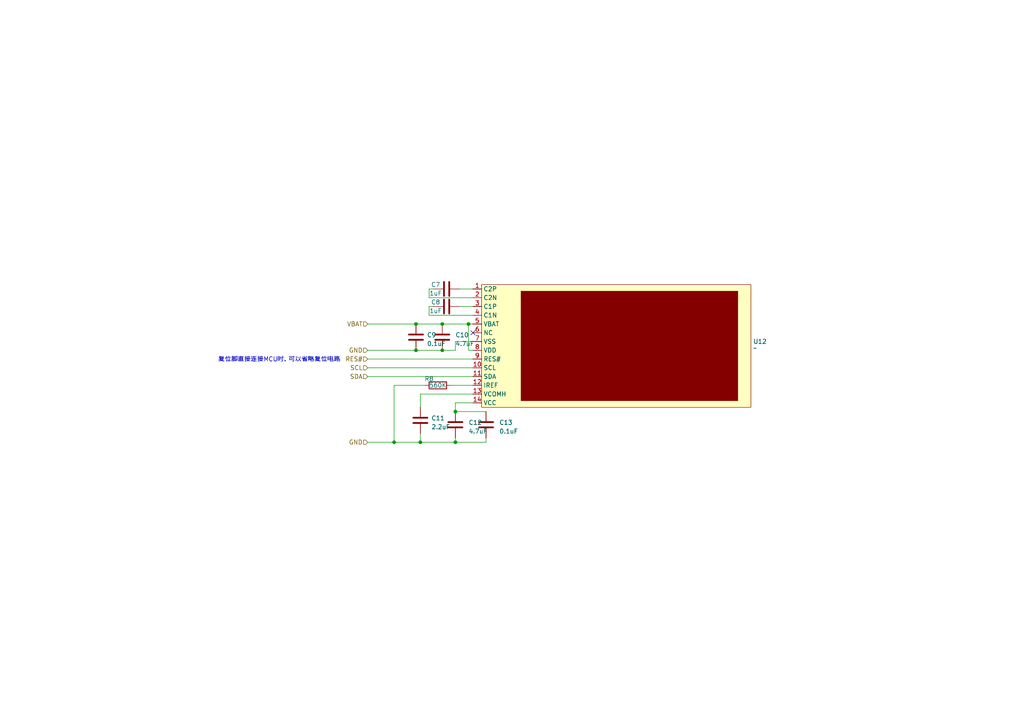
<source format=kicad_sch>
(kicad_sch (version 20231120) (generator "eeschema") (generator_version "8.0")
  (paper "A4")
  (lib_symbols
    (symbol "Device:C" (pin_numbers hide) (pin_names (offset 0.254))
      (property "Reference" "C" (at 0.635 2.54 0))
      (property "Value" "C" (at 0.635 -2.54 0))
      (symbol "C_0_1"
        (polyline (pts (xy -2.032 -0.762) (xy 2.032 -0.762)) (stroke (width 0.508)))
        (polyline (pts (xy -2.032 0.762) (xy 2.032 0.762)) (stroke (width 0.508)))
      )
      (symbol "C_1_1"
        (pin passive line (at 0 3.81 270) (length 2.794) (name "~") (number "1"))
        (pin passive line (at 0 -3.81 90) (length 2.794) (name "~") (number "2"))
      )
    )
    (symbol "Device:R" (pin_numbers hide) (pin_names (offset 0))
      (property "Reference" "R" (at 2.032 0 90))
      (property "Value" "R" (at 0 0 90))
      (symbol "R_0_1"
        (rectangle (start -1.016 -2.54) (end 1.016 2.54) (stroke (width 0.254)))
      )
      (symbol "R_1_1"
        (pin passive line (at 0 3.81 270) (length 1.27) (name "~") (number "1"))
        (pin passive line (at 0 -3.81 90) (length 1.27) (name "~") (number "2"))
      )
    )
    (symbol "my_symbol:iic_oled_12864_ssd1312"
      (property "Reference" "U" (at -21.59 0.635 0))
      (symbol "iic_oled_12864_ssd1312_0_0"
        (text_box "可视区域 0.96寸\n64*128" (at -9.525 3.81 0) (size 31.115 -6.35) (stroke (width -0.0001)) (effects (font (size 1.27 1.27)) (justify top)))
      )
      (symbol "iic_oled_12864_ssd1312_1_1"
        (rectangle (start -36.83 17.78) (end 41.275 -17.78) (fill (type background)))
        (rectangle (start -25.4 15.875) (end 37.465 -15.875) (fill (type outline)))
        (pin input line (at -39.37 16.51 0) (length 2.54) (name "C2P") (number "1"))
        (pin input line (at -39.37 -6.35 0) (length 2.54) (name "SCL") (number "10"))
        (pin input line (at -39.37 -8.89 0) (length 2.54) (name "SDA") (number "11"))
        (pin input line (at -39.37 -11.43 0) (length 2.54) (name "IREF") (number "12"))
        (pin input line (at -39.37 -13.97 0) (length 2.54) (name "VCOMH") (number "13"))
        (pin input line (at -39.37 -16.51 0) (length 2.54) (name "VCC") (number "14"))
        (pin input line (at -39.37 13.97 0) (length 2.54) (name "C2N") (number "2"))
        (pin input line (at -39.37 11.43 0) (length 2.54) (name "C1P") (number "3"))
        (pin input line (at -39.37 8.89 0) (length 2.54) (name "C1N") (number "4"))
        (pin input line (at -39.37 6.35 0) (length 2.54) (name "VBAT") (number "5"))
        (pin input line (at -39.37 3.81 0) (length 2.54) (name "NC") (number "6"))
        (pin input line (at -39.37 1.27 0) (length 2.54) (name "VSS") (number "7"))
        (pin input line (at -39.37 -1.27 0) (length 2.54) (name "VDD") (number "8"))
        (pin input line (at -39.37 -3.81 0) (length 2.54) (name "RES#") (number "9"))
      )
    )
  )
  (junction (at 121.92 128.27))
  (junction (at 120.65 101.6))
  (junction (at 132.08 128.27))
  (junction (at 132.08 119.38))
  (junction (at 135.89 93.98))
  (junction (at 128.27 93.98))
  (junction (at 120.65 93.98))
  (junction (at 114.3 128.27))
  (junction (at 128.27 101.6))
  (no_connect (at 137.16 96.52))
  (wire (pts (xy 121.92 125.73) (xy 121.92 128.27)))
  (wire (pts (xy 124.46 91.44) (xy 137.16 91.44)))
  (wire (pts (xy 121.92 128.27) (xy 132.08 128.27)))
  (wire (pts (xy 137.16 101.6) (xy 135.89 101.6)))
  (wire (pts (xy 135.89 93.98) (xy 137.16 93.98)))
  (wire (pts (xy 140.97 127) (xy 140.97 128.27)))
  (wire (pts (xy 132.08 127) (xy 132.08 128.27)))
  (wire (pts (xy 135.89 101.6) (xy 135.89 93.98)))
  (wire (pts (xy 106.68 109.22) (xy 137.16 109.22)))
  (wire (pts (xy 132.08 128.27) (xy 140.97 128.27)))
  (wire (pts (xy 124.46 86.36) (xy 137.16 86.36)))
  (wire (pts (xy 133.35 83.82) (xy 137.16 83.82)))
  (wire (pts (xy 128.27 101.6) (xy 132.08 101.6)))
  (wire (pts (xy 106.68 106.68) (xy 137.16 106.68)))
  (wire (pts (xy 121.92 114.3) (xy 121.92 118.11)))
  (wire (pts (xy 130.81 111.76) (xy 137.16 111.76)))
  (wire (pts (xy 114.3 128.27) (xy 121.92 128.27)))
  (wire (pts (xy 132.08 99.06) (xy 132.08 101.6)))
  (wire (pts (xy 128.27 93.98) (xy 135.89 93.98)))
  (wire (pts (xy 106.68 128.27) (xy 114.3 128.27)))
  (wire (pts (xy 137.16 114.3) (xy 121.92 114.3)))
  (wire (pts (xy 123.19 111.76) (xy 114.3 111.76)))
  (wire (pts (xy 120.65 101.6) (xy 128.27 101.6)))
  (wire (pts (xy 114.3 111.76) (xy 114.3 128.27)))
  (wire (pts (xy 133.35 88.9) (xy 137.16 88.9)))
  (wire (pts (xy 137.16 116.84) (xy 132.08 116.84)))
  (wire (pts (xy 124.46 88.9) (xy 124.46 91.44)))
  (wire (pts (xy 120.65 93.98) (xy 128.27 93.98)))
  (wire (pts (xy 106.68 104.14) (xy 137.16 104.14)))
  (wire (pts (xy 125.73 88.9) (xy 124.46 88.9)))
  (wire (pts (xy 106.68 93.98) (xy 120.65 93.98)))
  (wire (pts (xy 124.46 83.82) (xy 124.46 86.36)))
  (wire (pts (xy 132.08 119.38) (xy 140.97 119.38)))
  (wire (pts (xy 132.08 116.84) (xy 132.08 119.38)))
  (wire (pts (xy 125.73 83.82) (xy 124.46 83.82)))
  (wire (pts (xy 106.68 101.6) (xy 120.65 101.6)))
  (wire (pts (xy 137.16 99.06) (xy 132.08 99.06)))
  (text "复位脚直接连接MCU时，可以省略复位电路" (at 81.026 104.394 0) (effects (font (size 1.27 1.27))))
  (hierarchical_label "GND" (shape input) (at 106.68 128.27 180))
  (hierarchical_label "RES#" (shape input) (at 106.68 104.14 180))
  (hierarchical_label "SCL" (shape input) (at 106.68 106.68 180))
  (hierarchical_label "SDA" (shape input) (at 106.68 109.22 180))
  (hierarchical_label "VBAT" (shape input) (at 106.68 93.98 180))
  (hierarchical_label "GND" (shape input) (at 106.68 101.6 180))
  (symbol (lib_id "Device:C") (at 129.54 88.9 90) (unit 1)
    (property "Reference" "C8" (at 126.365 87.63 90))
    (property "Value" "1uF" (at 126.365 90.17 90))
    (property "Footprint" "Capacitor_SMD:C_0603_1608Metric" (effects (hide yes)))
  )
  (symbol (lib_id "Device:C") (at 129.54 83.82 90) (unit 1)
    (property "Reference" "C7" (at 126.365 82.55 90))
    (property "Value" "1uF" (at 126.365 85.09 90))
    (property "Footprint" "Capacitor_SMD:C_0603_1608Metric" (effects (hide yes)))
  )
  (symbol (lib_id "my_symbol:iic_oled_12864_ssd1312") (at 176.53 100.33 0) (unit 1)
    (property "Reference" "U12" (at 218.44 99.0599 0) (effects (justify left)))
    (property "Value" "~" (at 218.44 100.965 0) (effects (justify left)))
    (property "Footprint" "my_footprint:iic_oled_12864_ssd1312_2" (effects (hide yes)))
  )
  (symbol (lib_id "Device:C") (at 132.08 123.19 0) (unit 1)
    (property "Reference" "C12" (at 135.89 122.555 0) (effects (justify left)))
    (property "Value" "4.7uF" (at 135.89 125.095 0) (effects (justify left)))
    (property "Footprint" "Capacitor_SMD:C_0603_1608Metric" (effects (hide yes)))
  )
  (symbol (lib_id "Device:C") (at 128.27 97.79 0) (unit 1)
    (property "Reference" "C10" (at 132.08 97.155 0) (effects (justify left)))
    (property "Value" "4.7uF" (at 132.08 99.695 0) (effects (justify left)))
    (property "Footprint" "Capacitor_SMD:C_0603_1608Metric" (effects (hide yes)))
  )
  (symbol (lib_id "Device:C") (at 121.92 121.92 0) (unit 1)
    (property "Reference" "C11" (at 125.095 121.285 0) (effects (justify left)))
    (property "Value" "2.2uF" (at 125.095 123.825 0) (effects (justify left)))
    (property "Footprint" "Capacitor_SMD:C_0603_1608Metric" (effects (hide yes)))
  )
  (symbol (lib_id "Device:C") (at 120.65 97.79 0) (unit 1)
    (property "Reference" "C9" (at 123.825 97.155 0) (effects (justify left)))
    (property "Value" "0.1uF" (at 123.825 99.695 0) (effects (justify left)))
    (property "Footprint" "Capacitor_SMD:C_0603_1608Metric" (effects (hide yes)))
  )
  (symbol (lib_id "Device:C") (at 140.97 123.19 0) (unit 1)
    (property "Reference" "C13" (at 144.78 122.555 0) (effects (justify left)))
    (property "Value" "0.1uF" (at 144.78 125.095 0) (effects (justify left)))
    (property "Footprint" "Capacitor_SMD:C_0603_1608Metric" (effects (hide yes)))
  )
  (symbol (lib_id "Device:R") (at 127 111.76 90) (unit 1)
    (property "Reference" "R8" (at 124.46 109.855 90))
    (property "Value" "560K" (at 127 111.76 90))
    (property "Footprint" "Resistor_SMD:R_0603_1608Metric" (effects (hide yes)))
  )
)
</source>
